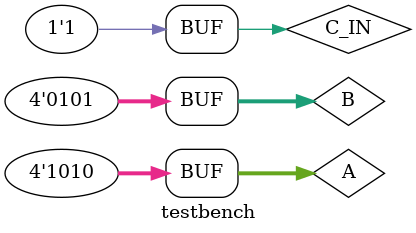
<source format=v>
`timescale 1ns / 1ps
module testbench;

reg [3:0] A, B;
reg C_IN; 
wire [3:0] SUM;
wire C_OUT;
fulladd4 FA_4 (SUM, C_OUT, A, B, C_IN);

initial 
begin
$monitor ($time, " A = %b, B = %b, C_IN = %b, C_out = %b, SUM= %b\n", A, B, C_IN, C_OUT, SUM);
end

initial 
begin
    A = 4'd0; B = 4'd0; C_IN = 1'b0;
#5 A = 4'd3; B = 4'd4;
#5 A = 4'd2; B = 4'd5;
#5 A = 4'd9; B = 4'd9;
#5 A = 4'd10; B = 4'd15;
#5 A = 4'd10; B = 4'd5;
C_IN = 1'b1;
end

endmodule

</source>
